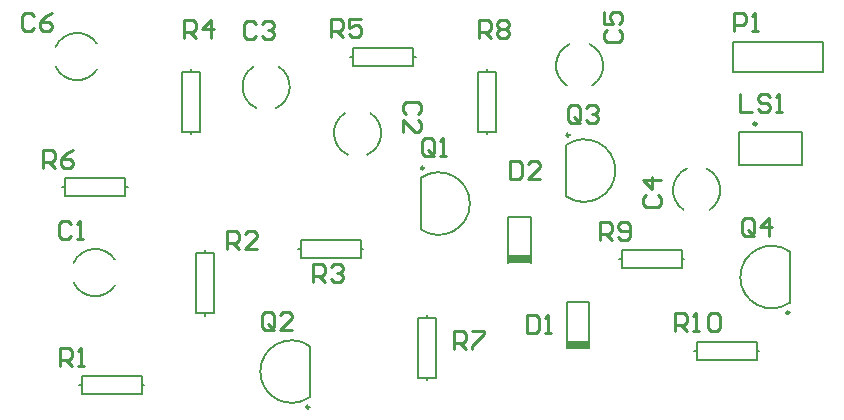
<source format=gto>
G04 Layer_Color=65535*
%FSLAX25Y25*%
%MOIN*%
G70*
G01*
G75*
%ADD20C,0.01000*%
%ADD21C,0.00787*%
%ADD22C,0.00984*%
%ADD23R,0.07480X0.03150*%
D20*
X31099Y-74702D02*
X30099Y-73702D01*
X28100D01*
X27100Y-74702D01*
Y-78700D01*
X28100Y-79700D01*
X30099D01*
X31099Y-78700D01*
X33098Y-79700D02*
X35097D01*
X34098D01*
Y-73702D01*
X33098Y-74702D01*
X146498Y-37999D02*
X147498Y-36999D01*
Y-35000D01*
X146498Y-34000D01*
X142500D01*
X141500Y-35000D01*
Y-36999D01*
X142500Y-37999D01*
X141500Y-43997D02*
Y-39998D01*
X145499Y-43997D01*
X146498D01*
X147498Y-42997D01*
Y-40998D01*
X146498Y-39998D01*
X92699Y-8102D02*
X91699Y-7102D01*
X89700D01*
X88700Y-8102D01*
Y-12100D01*
X89700Y-13100D01*
X91699D01*
X92699Y-12100D01*
X94698Y-8102D02*
X95698Y-7102D01*
X97697D01*
X98697Y-8102D01*
Y-9101D01*
X97697Y-10101D01*
X96697D01*
X97697D01*
X98697Y-11101D01*
Y-12100D01*
X97697Y-13100D01*
X95698D01*
X94698Y-12100D01*
X222502Y-65001D02*
X221502Y-66001D01*
Y-68000D01*
X222502Y-69000D01*
X226500D01*
X227500Y-68000D01*
Y-66001D01*
X226500Y-65001D01*
X227500Y-60003D02*
X221502D01*
X224501Y-63002D01*
Y-59003D01*
X209502Y-10001D02*
X208502Y-11001D01*
Y-13000D01*
X209502Y-14000D01*
X213500D01*
X214500Y-13000D01*
Y-11001D01*
X213500Y-10001D01*
X208502Y-4003D02*
Y-8002D01*
X211501D01*
X210501Y-6003D01*
Y-5003D01*
X211501Y-4003D01*
X213500D01*
X214500Y-5003D01*
Y-7002D01*
X213500Y-8002D01*
X18499Y-5502D02*
X17499Y-4502D01*
X15500D01*
X14500Y-5502D01*
Y-9500D01*
X15500Y-10500D01*
X17499D01*
X18499Y-9500D01*
X24497Y-4502D02*
X22497Y-5502D01*
X20498Y-7501D01*
Y-9500D01*
X21498Y-10500D01*
X23497D01*
X24497Y-9500D01*
Y-8501D01*
X23497Y-7501D01*
X20498D01*
X183000Y-105002D02*
Y-111000D01*
X185999D01*
X186999Y-110000D01*
Y-106002D01*
X185999Y-105002D01*
X183000D01*
X188998Y-111000D02*
X190997D01*
X189998D01*
Y-105002D01*
X188998Y-106002D01*
X177400Y-53702D02*
Y-59700D01*
X180399D01*
X181399Y-58700D01*
Y-54702D01*
X180399Y-53702D01*
X177400D01*
X187397Y-59700D02*
X183398D01*
X187397Y-55701D01*
Y-54702D01*
X186397Y-53702D01*
X184398D01*
X183398Y-54702D01*
X254100Y-31402D02*
Y-37400D01*
X258099D01*
X264097Y-32402D02*
X263097Y-31402D01*
X261098D01*
X260098Y-32402D01*
Y-33401D01*
X261098Y-34401D01*
X263097D01*
X264097Y-35401D01*
Y-36400D01*
X263097Y-37400D01*
X261098D01*
X260098Y-36400D01*
X266096Y-37400D02*
X268095D01*
X267096D01*
Y-31402D01*
X266096Y-32402D01*
X252100Y-10600D02*
Y-4602D01*
X255099D01*
X256099Y-5602D01*
Y-7601D01*
X255099Y-8601D01*
X252100D01*
X258098Y-10600D02*
X260097D01*
X259098D01*
Y-4602D01*
X258098Y-5602D01*
X152099Y-51200D02*
Y-47202D01*
X151099Y-46202D01*
X149100D01*
X148100Y-47202D01*
Y-51200D01*
X149100Y-52200D01*
X151099D01*
X150099Y-50201D02*
X152099Y-52200D01*
X151099D02*
X152099Y-51200D01*
X154098Y-52200D02*
X156097D01*
X155098D01*
Y-46202D01*
X154098Y-47202D01*
X98699Y-109200D02*
Y-105202D01*
X97699Y-104202D01*
X95700D01*
X94700Y-105202D01*
Y-109200D01*
X95700Y-110200D01*
X97699D01*
X96699Y-108201D02*
X98699Y-110200D01*
X97699D02*
X98699Y-109200D01*
X104697Y-110200D02*
X100698D01*
X104697Y-106201D01*
Y-105202D01*
X103697Y-104202D01*
X101698D01*
X100698Y-105202D01*
X200599Y-40200D02*
Y-36202D01*
X199599Y-35202D01*
X197600D01*
X196600Y-36202D01*
Y-40200D01*
X197600Y-41200D01*
X199599D01*
X198599Y-39201D02*
X200599Y-41200D01*
X199599D02*
X200599Y-40200D01*
X202598Y-36202D02*
X203598Y-35202D01*
X205597D01*
X206597Y-36202D01*
Y-37201D01*
X205597Y-38201D01*
X204597D01*
X205597D01*
X206597Y-39201D01*
Y-40200D01*
X205597Y-41200D01*
X203598D01*
X202598Y-40200D01*
X258699Y-77700D02*
Y-73702D01*
X257699Y-72702D01*
X255700D01*
X254700Y-73702D01*
Y-77700D01*
X255700Y-78700D01*
X257699D01*
X256699Y-76701D02*
X258699Y-78700D01*
X257699D02*
X258699Y-77700D01*
X263697Y-78700D02*
Y-72702D01*
X260698Y-75701D01*
X264697D01*
X27300Y-122100D02*
Y-116102D01*
X30299D01*
X31299Y-117102D01*
Y-119101D01*
X30299Y-120101D01*
X27300D01*
X29299D02*
X31299Y-122100D01*
X33298D02*
X35297D01*
X34298D01*
Y-116102D01*
X33298Y-117102D01*
X83000Y-83000D02*
Y-77002D01*
X85999D01*
X86999Y-78002D01*
Y-80001D01*
X85999Y-81001D01*
X83000D01*
X84999D02*
X86999Y-83000D01*
X92997D02*
X88998D01*
X92997Y-79001D01*
Y-78002D01*
X91997Y-77002D01*
X89998D01*
X88998Y-78002D01*
X111500Y-94000D02*
Y-88002D01*
X114499D01*
X115499Y-89002D01*
Y-91001D01*
X114499Y-92001D01*
X111500D01*
X113499D02*
X115499Y-94000D01*
X117498Y-89002D02*
X118498Y-88002D01*
X120497D01*
X121497Y-89002D01*
Y-90001D01*
X120497Y-91001D01*
X119497D01*
X120497D01*
X121497Y-92001D01*
Y-93000D01*
X120497Y-94000D01*
X118498D01*
X117498Y-93000D01*
X68600Y-12800D02*
Y-6802D01*
X71599D01*
X72599Y-7802D01*
Y-9801D01*
X71599Y-10801D01*
X68600D01*
X70599D02*
X72599Y-12800D01*
X77597D02*
Y-6802D01*
X74598Y-9801D01*
X78597D01*
X117800Y-12600D02*
Y-6602D01*
X120799D01*
X121799Y-7602D01*
Y-9601D01*
X120799Y-10601D01*
X117800D01*
X119799D02*
X121799Y-12600D01*
X127797Y-6602D02*
X123798D01*
Y-9601D01*
X125797Y-8601D01*
X126797D01*
X127797Y-9601D01*
Y-11600D01*
X126797Y-12600D01*
X124798D01*
X123798Y-11600D01*
X21800Y-56100D02*
Y-50102D01*
X24799D01*
X25799Y-51102D01*
Y-53101D01*
X24799Y-54101D01*
X21800D01*
X23799D02*
X25799Y-56100D01*
X31797Y-50102D02*
X29797Y-51102D01*
X27798Y-53101D01*
Y-55100D01*
X28798Y-56100D01*
X30797D01*
X31797Y-55100D01*
Y-54101D01*
X30797Y-53101D01*
X27798D01*
X158500Y-116500D02*
Y-110502D01*
X161499D01*
X162499Y-111502D01*
Y-113501D01*
X161499Y-114501D01*
X158500D01*
X160499D02*
X162499Y-116500D01*
X164498Y-110502D02*
X168497D01*
Y-111502D01*
X164498Y-115500D01*
Y-116500D01*
X167100Y-12800D02*
Y-6802D01*
X170099D01*
X171099Y-7802D01*
Y-9801D01*
X170099Y-10801D01*
X167100D01*
X169099D02*
X171099Y-12800D01*
X173098Y-7802D02*
X174098Y-6802D01*
X176097D01*
X177097Y-7802D01*
Y-8801D01*
X176097Y-9801D01*
X177097Y-10801D01*
Y-11800D01*
X176097Y-12800D01*
X174098D01*
X173098Y-11800D01*
Y-10801D01*
X174098Y-9801D01*
X173098Y-8801D01*
Y-7802D01*
X174098Y-9801D02*
X176097D01*
X207300Y-80100D02*
Y-74102D01*
X210299D01*
X211299Y-75102D01*
Y-77101D01*
X210299Y-78101D01*
X207300D01*
X209299D02*
X211299Y-80100D01*
X213298Y-79100D02*
X214298Y-80100D01*
X216297D01*
X217297Y-79100D01*
Y-75102D01*
X216297Y-74102D01*
X214298D01*
X213298Y-75102D01*
Y-76101D01*
X214298Y-77101D01*
X217297D01*
X232300Y-110600D02*
Y-104602D01*
X235299D01*
X236299Y-105602D01*
Y-107601D01*
X235299Y-108601D01*
X232300D01*
X234299D02*
X236299Y-110600D01*
X238298D02*
X240297D01*
X239298D01*
Y-104602D01*
X238298Y-105602D01*
X243296D02*
X244296Y-104602D01*
X246295D01*
X247295Y-105602D01*
Y-109600D01*
X246295Y-110600D01*
X244296D01*
X243296Y-109600D01*
Y-105602D01*
D21*
X243732Y-70140D02*
G03*
X242774Y-56339I-4232J6640D01*
G01*
X236226D02*
G03*
X235268Y-70140I3274J-7161D01*
G01*
X204732Y-28640D02*
G03*
X203774Y-14839I-4232J6640D01*
G01*
X197226D02*
G03*
X196268Y-28640I3274J-7161D01*
G01*
X39640Y-14768D02*
G03*
X25839Y-15726I-6640J-4232D01*
G01*
Y-22274D02*
G03*
X39640Y-23232I7161J3274D01*
G01*
X110484Y-115454D02*
G03*
X110484Y-132546I-5984J-8546D01*
G01*
X147516Y-76546D02*
G03*
X147516Y-59454I5984J8546D01*
G01*
X196016Y-65546D02*
G03*
X196016Y-48454I5984J8546D01*
G01*
X91768Y-22360D02*
G03*
X92726Y-36161I4232J-6640D01*
G01*
X99274D02*
G03*
X100232Y-22360I-3274J7161D01*
G01*
X45640Y-86768D02*
G03*
X31839Y-87726I-6640J-4232D01*
G01*
Y-94274D02*
G03*
X45640Y-95232I7161J3274D01*
G01*
X122268Y-37860D02*
G03*
X123226Y-51661I4232J-6640D01*
G01*
X129774D02*
G03*
X130732Y-37860I-3274J7161D01*
G01*
X270484Y-83954D02*
G03*
X270484Y-101046I-5984J-8546D01*
G01*
X75500Y-84500D02*
Y-83600D01*
Y-105400D02*
Y-104500D01*
Y-84500D02*
X78500D01*
Y-104500D02*
Y-84500D01*
X72500Y-104500D02*
X78500D01*
X72500D02*
Y-84500D01*
X75500D01*
X106600Y-83000D02*
X107500D01*
X127500D02*
X128400D01*
X107500D02*
Y-80000D01*
X127500D01*
Y-86000D02*
Y-80000D01*
X107500Y-86000D02*
X127500D01*
X107500D02*
Y-83000D01*
X196260Y-116177D02*
Y-100823D01*
X203740Y-116177D02*
Y-100823D01*
X196260D02*
X203740D01*
X149500Y-106000D02*
Y-105100D01*
Y-126900D02*
Y-126000D01*
Y-106000D02*
X152500D01*
Y-126000D02*
Y-106000D01*
X146500Y-126000D02*
X152500D01*
X146500D02*
Y-106000D01*
X149500D01*
X28100Y-62500D02*
X29000D01*
X49000D02*
X49900D01*
X29000D02*
Y-59500D01*
X49000D01*
Y-65500D02*
Y-59500D01*
X29000Y-65500D02*
X49000D01*
X29000D02*
Y-62500D01*
X110484Y-132546D02*
Y-115454D01*
X147516Y-76546D02*
Y-59454D01*
X33600Y-128500D02*
X34500D01*
X54500D02*
X55400D01*
X34500D02*
Y-125500D01*
X54500D01*
Y-131500D02*
Y-125500D01*
X34500Y-131500D02*
X54500D01*
X34500D02*
Y-128500D01*
X238600Y-117000D02*
X239500D01*
X259500D02*
X260400D01*
X239500D02*
Y-114000D01*
X259500D01*
Y-120000D02*
Y-114000D01*
X239500Y-120000D02*
X259500D01*
X239500D02*
Y-117000D01*
X253488Y-55012D02*
Y-43988D01*
X274512Y-55012D02*
Y-43988D01*
X253488D02*
X274512D01*
X253488Y-55012D02*
X274512D01*
X176760Y-87677D02*
Y-72323D01*
X184240Y-87677D02*
Y-72323D01*
X176760D02*
X184240D01*
X234500Y-86500D02*
X235400D01*
X213600D02*
X214500D01*
X234500Y-89500D02*
Y-86500D01*
X214500Y-89500D02*
X234500D01*
X214500D02*
Y-83500D01*
X234500D01*
Y-86500D02*
Y-83500D01*
X196016Y-65546D02*
Y-48454D01*
X71000Y-44900D02*
Y-44000D01*
Y-24000D02*
Y-23100D01*
X68000Y-44000D02*
X71000D01*
X68000D02*
Y-24000D01*
X74000D01*
Y-44000D02*
Y-24000D01*
X71000Y-44000D02*
X74000D01*
X169500Y-24000D02*
Y-23100D01*
Y-44900D02*
Y-44000D01*
Y-24000D02*
X172500D01*
Y-44000D02*
Y-24000D01*
X166500Y-44000D02*
X172500D01*
X166500D02*
Y-24000D01*
X169500D01*
X145000Y-19000D02*
X145900D01*
X124100D02*
X125000D01*
X145000Y-22000D02*
Y-19000D01*
X125000Y-22000D02*
X145000D01*
X125000D02*
Y-16000D01*
X145000D01*
Y-19000D02*
Y-16000D01*
X281500Y-24000D02*
Y-14000D01*
X251500Y-24000D02*
X281500D01*
X251500D02*
Y-14000D01*
X281500D01*
X270484Y-101046D02*
Y-83954D01*
D22*
X110390Y-135823D02*
G03*
X110390Y-135823I-492J0D01*
G01*
X148594Y-56177D02*
G03*
X148594Y-56177I-492J0D01*
G01*
X259492Y-41429D02*
G03*
X259492Y-41429I-492J0D01*
G01*
X197095Y-45177D02*
G03*
X197095Y-45177I-492J0D01*
G01*
X270390Y-104323D02*
G03*
X270390Y-104323I-492J0D01*
G01*
D23*
X200000Y-114996D02*
D03*
X180500Y-86496D02*
D03*
M02*

</source>
